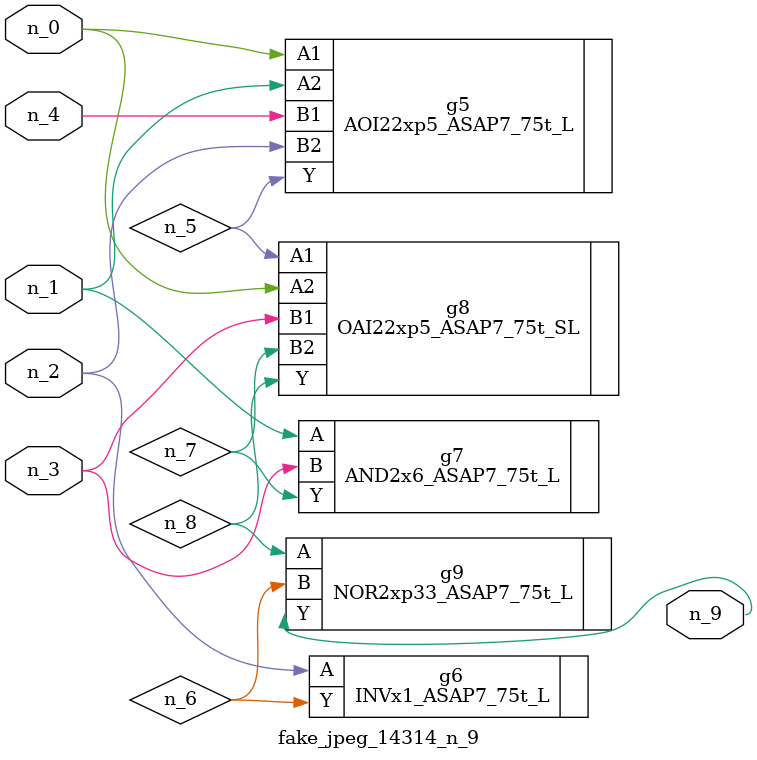
<source format=v>
module fake_jpeg_14314_n_9 (n_3, n_2, n_1, n_0, n_4, n_9);

input n_3;
input n_2;
input n_1;
input n_0;
input n_4;

output n_9;

wire n_8;
wire n_6;
wire n_5;
wire n_7;

AOI22xp5_ASAP7_75t_L g5 ( 
.A1(n_0),
.A2(n_1),
.B1(n_4),
.B2(n_2),
.Y(n_5)
);

INVx1_ASAP7_75t_L g6 ( 
.A(n_2),
.Y(n_6)
);

AND2x6_ASAP7_75t_L g7 ( 
.A(n_1),
.B(n_3),
.Y(n_7)
);

OAI22xp5_ASAP7_75t_SL g8 ( 
.A1(n_5),
.A2(n_0),
.B1(n_3),
.B2(n_7),
.Y(n_8)
);

NOR2xp33_ASAP7_75t_L g9 ( 
.A(n_8),
.B(n_6),
.Y(n_9)
);


endmodule
</source>
